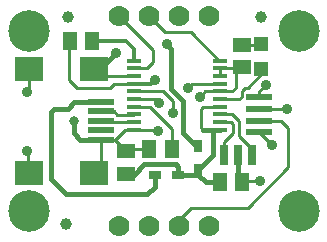
<source format=gbr>
G04 EAGLE Gerber RS-274X export*
G75*
%MOMM*%
%FSLAX34Y34*%
%LPD*%
%INTop Copper*%
%IPPOS*%
%AMOC8*
5,1,8,0,0,1.08239X$1,22.5*%
G01*
%ADD10R,1.500000X1.300000*%
%ADD11C,3.516000*%
%ADD12C,1.000000*%
%ADD13R,1.300000X1.500000*%
%ADD14R,2.300000X0.600000*%
%ADD15R,1.270000X0.304800*%
%ADD16R,2.400000X2.000000*%
%ADD17R,2.308000X0.500000*%
%ADD18R,1.000000X0.800000*%
%ADD19R,0.800000X1.000000*%
%ADD20R,1.200000X1.200000*%
%ADD21C,1.778000*%
%ADD22R,0.700000X1.700000*%
%ADD23C,0.254000*%
%ADD24C,0.906400*%
%ADD25C,0.406400*%
%ADD26C,0.800100*%
%ADD27C,0.304800*%


D10*
X50800Y42570D03*
X50800Y61570D03*
D11*
X-31750Y163830D03*
X196850Y163830D03*
D12*
X165100Y175260D03*
X0Y0D03*
D13*
X130200Y35560D03*
X149200Y35560D03*
D14*
X163530Y77710D03*
X163530Y87710D03*
X163530Y97710D03*
X163530Y107710D03*
D15*
X130158Y79970D03*
X130158Y86470D03*
X130158Y92970D03*
X130158Y99470D03*
X130158Y105970D03*
X130158Y112470D03*
X130158Y118970D03*
X130158Y125470D03*
X130158Y131970D03*
X130158Y138470D03*
X57802Y138470D03*
X57802Y131970D03*
X57802Y125470D03*
X57802Y118970D03*
X57802Y112470D03*
X57802Y105970D03*
X57802Y99470D03*
X57802Y92970D03*
X57802Y86470D03*
X57802Y79970D03*
D16*
X23570Y131630D03*
D17*
X29210Y103630D03*
X29210Y95630D03*
X29210Y87630D03*
X29210Y79630D03*
X29210Y71630D03*
D16*
X-31430Y131630D03*
X23570Y43630D03*
X-31430Y43630D03*
D18*
X75090Y41910D03*
X95090Y41910D03*
D19*
X111760Y65880D03*
X111760Y45880D03*
D11*
X-31750Y11430D03*
X196850Y11430D03*
D12*
X1270Y175260D03*
D20*
X165100Y152740D03*
X165100Y131740D03*
D10*
X148590Y132740D03*
X148590Y151740D03*
D21*
X120650Y-1270D03*
X95250Y-1270D03*
X69850Y-1270D03*
X44450Y-1270D03*
D13*
X89510Y63500D03*
X70510Y63500D03*
X22200Y154940D03*
X3200Y154940D03*
D21*
X120650Y176530D03*
X95250Y176530D03*
X69850Y176530D03*
X44450Y176530D03*
D22*
X133415Y58420D03*
X145415Y58420D03*
X157415Y58420D03*
D23*
X41222Y71630D02*
X29210Y71630D01*
X29210Y49270D02*
X23570Y43630D01*
X29210Y49270D02*
X29210Y71630D01*
X16510Y44450D02*
X17330Y43630D01*
X23570Y43630D01*
X29730Y125470D02*
X23570Y131630D01*
X50800Y62052D02*
X50800Y61570D01*
X50800Y62052D02*
X41222Y71630D01*
X52730Y63500D02*
X70510Y63500D01*
X76240Y79970D02*
X57802Y79970D01*
X76240Y79970D02*
X77470Y78740D01*
D24*
X77470Y78740D03*
D23*
X130158Y125470D02*
X130158Y131970D01*
X-31880Y61090D02*
X-33020Y62230D01*
D24*
X-33020Y62230D03*
D23*
X-31430Y113350D02*
X-31430Y131630D01*
X-31430Y113350D02*
X-33020Y111760D01*
D24*
X-33020Y111760D03*
D23*
X29730Y125470D02*
X57802Y125470D01*
X29730Y125470D02*
X29210Y125470D01*
D24*
X41910Y144780D03*
D23*
X-31880Y61090D02*
X-31880Y44080D01*
X-31430Y43630D01*
X50800Y61570D02*
X52730Y63500D01*
X49562Y79970D02*
X57802Y79970D01*
X49562Y79970D02*
X41222Y71630D01*
D25*
X145415Y58420D02*
X145415Y35560D01*
X149200Y35560D01*
D23*
X143510Y131970D02*
X130158Y131970D01*
X143510Y131970D02*
X147820Y131970D01*
X148590Y132740D01*
X150470Y36830D02*
X149200Y35560D01*
X150470Y36830D02*
X163830Y36830D01*
D24*
X163830Y36830D03*
D23*
X140410Y112470D02*
X130158Y112470D01*
X140410Y112470D02*
X143510Y115570D01*
X143510Y131970D01*
D24*
X113030Y107950D03*
D23*
X117550Y112470D02*
X130158Y112470D01*
X117550Y112470D02*
X113030Y107950D01*
D25*
X28760Y131630D02*
X23570Y131630D01*
X28760Y131630D02*
X41910Y144780D01*
X29210Y71630D02*
X12190Y71630D01*
X6350Y77470D01*
X6350Y87630D01*
D26*
X6350Y87630D03*
D24*
X90170Y93980D03*
D23*
X153670Y13970D02*
X187960Y48260D01*
X153670Y13970D02*
X105410Y13970D01*
X95250Y3810D01*
X95250Y-1270D01*
X81840Y112470D02*
X57802Y112470D01*
X81840Y112470D02*
X90170Y104140D01*
X90170Y93980D01*
X187960Y81280D02*
X187960Y48260D01*
X187960Y81280D02*
X181610Y87630D01*
X163610Y87630D01*
X163530Y87710D01*
D24*
X78740Y102870D03*
D23*
X75640Y105970D01*
X57802Y105970D01*
D24*
X168910Y118110D03*
D23*
X163530Y112730D02*
X163530Y107710D01*
X163530Y112730D02*
X168910Y118110D01*
D24*
X102870Y115570D03*
D23*
X106270Y118970D02*
X130158Y118970D01*
X106270Y118970D02*
X102870Y115570D01*
D24*
X186690Y97790D03*
D23*
X163610Y97790D01*
X163530Y97710D01*
X57802Y118970D02*
X40230Y118970D01*
X36830Y115570D01*
X8890Y115570D01*
X2540Y121920D01*
X2540Y155600D01*
D24*
X74930Y121920D03*
D27*
X71980Y118970D02*
X57802Y118970D01*
X71980Y118970D02*
X74930Y121920D01*
D24*
X173990Y67310D03*
D23*
X163530Y77770D01*
X163530Y77710D01*
X2540Y155600D02*
X1880Y154940D01*
X3200Y154940D01*
D24*
X85090Y152400D03*
D25*
X99060Y77470D02*
X111760Y64770D01*
X111760Y65880D01*
X99060Y77470D02*
X99060Y104140D01*
X88900Y114300D01*
X88900Y148590D01*
X85090Y152400D01*
X92710Y50800D02*
X66040Y50800D01*
X92710Y50800D02*
X95090Y48420D01*
X95090Y41910D01*
X124118Y79970D02*
X130158Y79970D01*
X124118Y79970D02*
X115610Y79970D01*
D23*
X114300Y81280D01*
X114300Y97790D01*
X115980Y99470D01*
D25*
X66040Y50800D02*
X57150Y41910D01*
X51460Y41910D01*
X50800Y42570D01*
D23*
X115980Y99470D02*
X130158Y99470D01*
D25*
X111760Y45880D02*
X111760Y41910D01*
X95090Y41910D01*
X111760Y41910D02*
X118110Y35560D01*
X130200Y35560D01*
X124118Y58238D02*
X124118Y79970D01*
X124118Y58238D02*
X111760Y45880D01*
D23*
X30370Y86470D02*
X29210Y87630D01*
X30370Y86470D02*
X57802Y86470D01*
X40260Y95630D02*
X29210Y95630D01*
X40260Y95630D02*
X43180Y92710D01*
X57542Y92710D01*
X57802Y92970D01*
X57802Y131970D02*
X68470Y131970D01*
X73660Y137160D01*
X73660Y147320D01*
X44450Y176530D01*
X69850Y176530D02*
X83820Y162560D01*
X105410Y162560D01*
X129500Y138470D01*
X130158Y138470D01*
X165100Y131740D02*
X165100Y127000D01*
X153670Y115570D01*
X146610Y105970D02*
X130158Y105970D01*
X146610Y105970D02*
X148590Y107950D01*
X148590Y113030D01*
X151130Y115570D01*
X153670Y115570D01*
X148590Y151740D02*
X164100Y151740D01*
X165100Y152740D01*
X89510Y80670D02*
X89510Y63500D01*
X89510Y80670D02*
X71120Y99060D01*
X58212Y99060D01*
X57802Y99470D01*
D27*
X50800Y154940D02*
X22200Y154940D01*
X50800Y154940D02*
X57150Y148590D01*
X57150Y139122D01*
X57802Y138470D01*
D25*
X75090Y41910D02*
X75090Y31910D01*
X68580Y25400D01*
X0Y25400D01*
X-12700Y38100D01*
X-12700Y95250D01*
X7110Y103630D02*
X29210Y103630D01*
X7110Y103630D02*
X1270Y97790D01*
X-10160Y97790D01*
X-12700Y95250D01*
D23*
X130158Y92970D02*
X140710Y92970D01*
X146050Y87630D01*
X146050Y74930D01*
X156210Y64770D01*
X156210Y59625D01*
X157415Y58420D01*
X139590Y86470D02*
X130158Y86470D01*
X139590Y86470D02*
X140970Y85090D01*
X140970Y77470D01*
X133415Y69915D01*
X133415Y58420D01*
M02*

</source>
